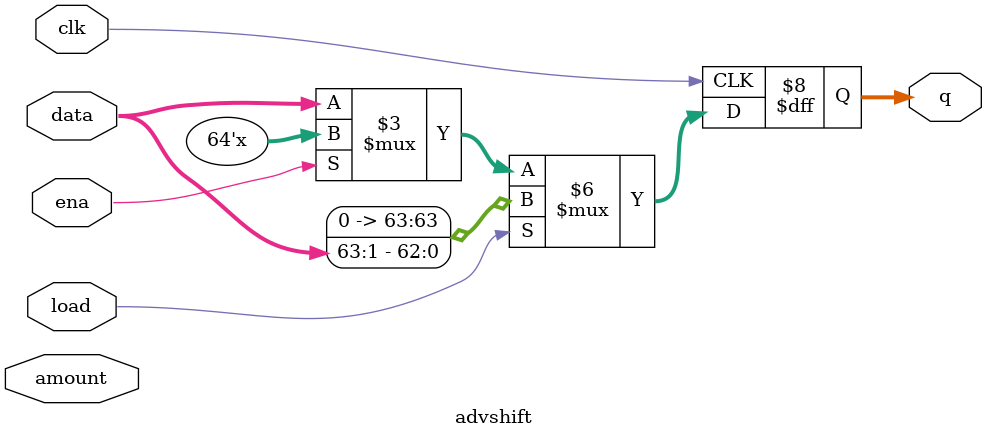
<source format=v>
module advshift(input clk,
input load,
input ena,
input [1:0] amount,
input [63:0] data,
output reg [63:0] q); 
// when load is high, assign data[63:0] to shift register q.
// if ena is high, shift q.
// amount: Chooses which direction and how much to shift.
// 2'b00: shift left by 1 bit.
// 2'b01: shift left by 8 bits.
// 2'b10: shift right by 1 bit.
// 2'b11: shift right by 8 bits.


always @ (posedge clk)
	begin
	q <= data;
	if (load) // what should this be??? is this correct?
	q <= {32'b0,data[63:1]}; 
	else if (ena) //Shift by 1,2,4,8,16,32,64,128 
	 q <= q << (amount[2:0]); //Sends a signal to latch what direction and how far to shift.
	end
endmodule

</source>
